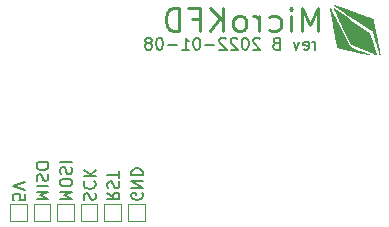
<source format=gbr>
%TF.GenerationSoftware,KiCad,Pcbnew,(6.0.0)*%
%TF.CreationDate,2022-01-08T12:12:36-06:00*%
%TF.ProjectId,microkfd,6d696372-6f6b-4666-942e-6b696361645f,B*%
%TF.SameCoordinates,Original*%
%TF.FileFunction,Legend,Bot*%
%TF.FilePolarity,Positive*%
%FSLAX46Y46*%
G04 Gerber Fmt 4.6, Leading zero omitted, Abs format (unit mm)*
G04 Created by KiCad (PCBNEW (6.0.0)) date 2022-01-08 12:12:36*
%MOMM*%
%LPD*%
G01*
G04 APERTURE LIST*
%ADD10C,0.150000*%
%ADD11C,0.250000*%
%ADD12C,0.200000*%
%ADD13C,0.010000*%
%ADD14C,0.120000*%
G04 APERTURE END LIST*
D10*
X134414404Y-96202380D02*
X134414404Y-95535714D01*
X134414404Y-95726190D02*
X134366785Y-95630952D01*
X134319166Y-95583333D01*
X134223928Y-95535714D01*
X134128690Y-95535714D01*
X133414404Y-96154761D02*
X133509642Y-96202380D01*
X133700119Y-96202380D01*
X133795357Y-96154761D01*
X133842976Y-96059523D01*
X133842976Y-95678571D01*
X133795357Y-95583333D01*
X133700119Y-95535714D01*
X133509642Y-95535714D01*
X133414404Y-95583333D01*
X133366785Y-95678571D01*
X133366785Y-95773809D01*
X133842976Y-95869047D01*
X133033452Y-95535714D02*
X132795357Y-96202380D01*
X132557261Y-95535714D01*
X131081071Y-95678571D02*
X130938214Y-95726190D01*
X130890595Y-95773809D01*
X130842976Y-95869047D01*
X130842976Y-96011904D01*
X130890595Y-96107142D01*
X130938214Y-96154761D01*
X131033452Y-96202380D01*
X131414404Y-96202380D01*
X131414404Y-95202380D01*
X131081071Y-95202380D01*
X130985833Y-95250000D01*
X130938214Y-95297619D01*
X130890595Y-95392857D01*
X130890595Y-95488095D01*
X130938214Y-95583333D01*
X130985833Y-95630952D01*
X131081071Y-95678571D01*
X131414404Y-95678571D01*
X129700119Y-95297619D02*
X129652500Y-95250000D01*
X129557261Y-95202380D01*
X129319166Y-95202380D01*
X129223928Y-95250000D01*
X129176309Y-95297619D01*
X129128690Y-95392857D01*
X129128690Y-95488095D01*
X129176309Y-95630952D01*
X129747738Y-96202380D01*
X129128690Y-96202380D01*
X128509642Y-95202380D02*
X128414404Y-95202380D01*
X128319166Y-95250000D01*
X128271547Y-95297619D01*
X128223928Y-95392857D01*
X128176309Y-95583333D01*
X128176309Y-95821428D01*
X128223928Y-96011904D01*
X128271547Y-96107142D01*
X128319166Y-96154761D01*
X128414404Y-96202380D01*
X128509642Y-96202380D01*
X128604880Y-96154761D01*
X128652500Y-96107142D01*
X128700119Y-96011904D01*
X128747738Y-95821428D01*
X128747738Y-95583333D01*
X128700119Y-95392857D01*
X128652500Y-95297619D01*
X128604880Y-95250000D01*
X128509642Y-95202380D01*
X127795357Y-95297619D02*
X127747738Y-95250000D01*
X127652500Y-95202380D01*
X127414404Y-95202380D01*
X127319166Y-95250000D01*
X127271547Y-95297619D01*
X127223928Y-95392857D01*
X127223928Y-95488095D01*
X127271547Y-95630952D01*
X127842976Y-96202380D01*
X127223928Y-96202380D01*
X126842976Y-95297619D02*
X126795357Y-95250000D01*
X126700119Y-95202380D01*
X126462023Y-95202380D01*
X126366785Y-95250000D01*
X126319166Y-95297619D01*
X126271547Y-95392857D01*
X126271547Y-95488095D01*
X126319166Y-95630952D01*
X126890595Y-96202380D01*
X126271547Y-96202380D01*
X125842976Y-95821428D02*
X125081071Y-95821428D01*
X124414404Y-95202380D02*
X124319166Y-95202380D01*
X124223928Y-95250000D01*
X124176309Y-95297619D01*
X124128690Y-95392857D01*
X124081071Y-95583333D01*
X124081071Y-95821428D01*
X124128690Y-96011904D01*
X124176309Y-96107142D01*
X124223928Y-96154761D01*
X124319166Y-96202380D01*
X124414404Y-96202380D01*
X124509642Y-96154761D01*
X124557261Y-96107142D01*
X124604880Y-96011904D01*
X124652500Y-95821428D01*
X124652500Y-95583333D01*
X124604880Y-95392857D01*
X124557261Y-95297619D01*
X124509642Y-95250000D01*
X124414404Y-95202380D01*
X123128690Y-96202380D02*
X123700119Y-96202380D01*
X123414404Y-96202380D02*
X123414404Y-95202380D01*
X123509642Y-95345238D01*
X123604880Y-95440476D01*
X123700119Y-95488095D01*
X122700119Y-95821428D02*
X121938214Y-95821428D01*
X121271547Y-95202380D02*
X121176309Y-95202380D01*
X121081071Y-95250000D01*
X121033452Y-95297619D01*
X120985833Y-95392857D01*
X120938214Y-95583333D01*
X120938214Y-95821428D01*
X120985833Y-96011904D01*
X121033452Y-96107142D01*
X121081071Y-96154761D01*
X121176309Y-96202380D01*
X121271547Y-96202380D01*
X121366785Y-96154761D01*
X121414404Y-96107142D01*
X121462023Y-96011904D01*
X121509642Y-95821428D01*
X121509642Y-95583333D01*
X121462023Y-95392857D01*
X121414404Y-95297619D01*
X121366785Y-95250000D01*
X121271547Y-95202380D01*
X120366785Y-95630952D02*
X120462023Y-95583333D01*
X120509642Y-95535714D01*
X120557261Y-95440476D01*
X120557261Y-95392857D01*
X120509642Y-95297619D01*
X120462023Y-95250000D01*
X120366785Y-95202380D01*
X120176309Y-95202380D01*
X120081071Y-95250000D01*
X120033452Y-95297619D01*
X119985833Y-95392857D01*
X119985833Y-95440476D01*
X120033452Y-95535714D01*
X120081071Y-95583333D01*
X120176309Y-95630952D01*
X120366785Y-95630952D01*
X120462023Y-95678571D01*
X120509642Y-95726190D01*
X120557261Y-95821428D01*
X120557261Y-96011904D01*
X120509642Y-96107142D01*
X120462023Y-96154761D01*
X120366785Y-96202380D01*
X120176309Y-96202380D01*
X120081071Y-96154761D01*
X120033452Y-96107142D01*
X119985833Y-96011904D01*
X119985833Y-95821428D01*
X120033452Y-95726190D01*
X120081071Y-95678571D01*
X120176309Y-95630952D01*
D11*
X134611309Y-94654761D02*
X134611309Y-92654761D01*
X133944642Y-94083333D01*
X133277976Y-92654761D01*
X133277976Y-94654761D01*
X132325595Y-94654761D02*
X132325595Y-93321428D01*
X132325595Y-92654761D02*
X132420833Y-92750000D01*
X132325595Y-92845238D01*
X132230357Y-92750000D01*
X132325595Y-92654761D01*
X132325595Y-92845238D01*
X130516071Y-94559523D02*
X130706547Y-94654761D01*
X131087500Y-94654761D01*
X131277976Y-94559523D01*
X131373214Y-94464285D01*
X131468452Y-94273809D01*
X131468452Y-93702380D01*
X131373214Y-93511904D01*
X131277976Y-93416666D01*
X131087500Y-93321428D01*
X130706547Y-93321428D01*
X130516071Y-93416666D01*
X129658928Y-94654761D02*
X129658928Y-93321428D01*
X129658928Y-93702380D02*
X129563690Y-93511904D01*
X129468452Y-93416666D01*
X129277976Y-93321428D01*
X129087500Y-93321428D01*
X128135119Y-94654761D02*
X128325595Y-94559523D01*
X128420833Y-94464285D01*
X128516071Y-94273809D01*
X128516071Y-93702380D01*
X128420833Y-93511904D01*
X128325595Y-93416666D01*
X128135119Y-93321428D01*
X127849404Y-93321428D01*
X127658928Y-93416666D01*
X127563690Y-93511904D01*
X127468452Y-93702380D01*
X127468452Y-94273809D01*
X127563690Y-94464285D01*
X127658928Y-94559523D01*
X127849404Y-94654761D01*
X128135119Y-94654761D01*
X126611309Y-94654761D02*
X126611309Y-92654761D01*
X125468452Y-94654761D02*
X126325595Y-93511904D01*
X125468452Y-92654761D02*
X126611309Y-93797619D01*
X123944642Y-93607142D02*
X124611309Y-93607142D01*
X124611309Y-94654761D02*
X124611309Y-92654761D01*
X123658928Y-92654761D01*
X122897023Y-94654761D02*
X122897023Y-92654761D01*
X122420833Y-92654761D01*
X122135119Y-92750000D01*
X121944642Y-92940476D01*
X121849404Y-93130952D01*
X121754166Y-93511904D01*
X121754166Y-93797619D01*
X121849404Y-94178571D01*
X121944642Y-94369047D01*
X122135119Y-94559523D01*
X122420833Y-94654761D01*
X122897023Y-94654761D01*
D12*
X119750000Y-108358095D02*
X119797619Y-108453333D01*
X119797619Y-108596190D01*
X119750000Y-108739047D01*
X119654761Y-108834285D01*
X119559523Y-108881904D01*
X119369047Y-108929523D01*
X119226190Y-108929523D01*
X119035714Y-108881904D01*
X118940476Y-108834285D01*
X118845238Y-108739047D01*
X118797619Y-108596190D01*
X118797619Y-108500952D01*
X118845238Y-108358095D01*
X118892857Y-108310476D01*
X119226190Y-108310476D01*
X119226190Y-108500952D01*
X118797619Y-107881904D02*
X119797619Y-107881904D01*
X118797619Y-107310476D01*
X119797619Y-107310476D01*
X118797619Y-106834285D02*
X119797619Y-106834285D01*
X119797619Y-106596190D01*
X119750000Y-106453333D01*
X119654761Y-106358095D01*
X119559523Y-106310476D01*
X119369047Y-106262857D01*
X119226190Y-106262857D01*
X119035714Y-106310476D01*
X118940476Y-106358095D01*
X118845238Y-106453333D01*
X118797619Y-106596190D01*
X118797619Y-106834285D01*
X116797619Y-108310476D02*
X117273809Y-108643809D01*
X116797619Y-108881904D02*
X117797619Y-108881904D01*
X117797619Y-108500952D01*
X117750000Y-108405714D01*
X117702380Y-108358095D01*
X117607142Y-108310476D01*
X117464285Y-108310476D01*
X117369047Y-108358095D01*
X117321428Y-108405714D01*
X117273809Y-108500952D01*
X117273809Y-108881904D01*
X116845238Y-107929523D02*
X116797619Y-107786666D01*
X116797619Y-107548571D01*
X116845238Y-107453333D01*
X116892857Y-107405714D01*
X116988095Y-107358095D01*
X117083333Y-107358095D01*
X117178571Y-107405714D01*
X117226190Y-107453333D01*
X117273809Y-107548571D01*
X117321428Y-107739047D01*
X117369047Y-107834285D01*
X117416666Y-107881904D01*
X117511904Y-107929523D01*
X117607142Y-107929523D01*
X117702380Y-107881904D01*
X117750000Y-107834285D01*
X117797619Y-107739047D01*
X117797619Y-107500952D01*
X117750000Y-107358095D01*
X117797619Y-107072380D02*
X117797619Y-106500952D01*
X116797619Y-106786666D02*
X117797619Y-106786666D01*
X114845238Y-108929523D02*
X114797619Y-108786666D01*
X114797619Y-108548571D01*
X114845238Y-108453333D01*
X114892857Y-108405714D01*
X114988095Y-108358095D01*
X115083333Y-108358095D01*
X115178571Y-108405714D01*
X115226190Y-108453333D01*
X115273809Y-108548571D01*
X115321428Y-108739047D01*
X115369047Y-108834285D01*
X115416666Y-108881904D01*
X115511904Y-108929523D01*
X115607142Y-108929523D01*
X115702380Y-108881904D01*
X115750000Y-108834285D01*
X115797619Y-108739047D01*
X115797619Y-108500952D01*
X115750000Y-108358095D01*
X114892857Y-107358095D02*
X114845238Y-107405714D01*
X114797619Y-107548571D01*
X114797619Y-107643809D01*
X114845238Y-107786666D01*
X114940476Y-107881904D01*
X115035714Y-107929523D01*
X115226190Y-107977142D01*
X115369047Y-107977142D01*
X115559523Y-107929523D01*
X115654761Y-107881904D01*
X115750000Y-107786666D01*
X115797619Y-107643809D01*
X115797619Y-107548571D01*
X115750000Y-107405714D01*
X115702380Y-107358095D01*
X114797619Y-106929523D02*
X115797619Y-106929523D01*
X114797619Y-106358095D02*
X115369047Y-106786666D01*
X115797619Y-106358095D02*
X115226190Y-106929523D01*
X112797619Y-108881904D02*
X113797619Y-108881904D01*
X113083333Y-108548571D01*
X113797619Y-108215238D01*
X112797619Y-108215238D01*
X113797619Y-107548571D02*
X113797619Y-107358095D01*
X113750000Y-107262857D01*
X113654761Y-107167619D01*
X113464285Y-107120000D01*
X113130952Y-107120000D01*
X112940476Y-107167619D01*
X112845238Y-107262857D01*
X112797619Y-107358095D01*
X112797619Y-107548571D01*
X112845238Y-107643809D01*
X112940476Y-107739047D01*
X113130952Y-107786666D01*
X113464285Y-107786666D01*
X113654761Y-107739047D01*
X113750000Y-107643809D01*
X113797619Y-107548571D01*
X112845238Y-106739047D02*
X112797619Y-106596190D01*
X112797619Y-106358095D01*
X112845238Y-106262857D01*
X112892857Y-106215238D01*
X112988095Y-106167619D01*
X113083333Y-106167619D01*
X113178571Y-106215238D01*
X113226190Y-106262857D01*
X113273809Y-106358095D01*
X113321428Y-106548571D01*
X113369047Y-106643809D01*
X113416666Y-106691428D01*
X113511904Y-106739047D01*
X113607142Y-106739047D01*
X113702380Y-106691428D01*
X113750000Y-106643809D01*
X113797619Y-106548571D01*
X113797619Y-106310476D01*
X113750000Y-106167619D01*
X112797619Y-105739047D02*
X113797619Y-105739047D01*
X110797619Y-108881904D02*
X111797619Y-108881904D01*
X111083333Y-108548571D01*
X111797619Y-108215238D01*
X110797619Y-108215238D01*
X110797619Y-107739047D02*
X111797619Y-107739047D01*
X110845238Y-107310476D02*
X110797619Y-107167619D01*
X110797619Y-106929523D01*
X110845238Y-106834285D01*
X110892857Y-106786666D01*
X110988095Y-106739047D01*
X111083333Y-106739047D01*
X111178571Y-106786666D01*
X111226190Y-106834285D01*
X111273809Y-106929523D01*
X111321428Y-107120000D01*
X111369047Y-107215238D01*
X111416666Y-107262857D01*
X111511904Y-107310476D01*
X111607142Y-107310476D01*
X111702380Y-107262857D01*
X111750000Y-107215238D01*
X111797619Y-107120000D01*
X111797619Y-106881904D01*
X111750000Y-106739047D01*
X111797619Y-106120000D02*
X111797619Y-105929523D01*
X111750000Y-105834285D01*
X111654761Y-105739047D01*
X111464285Y-105691428D01*
X111130952Y-105691428D01*
X110940476Y-105739047D01*
X110845238Y-105834285D01*
X110797619Y-105929523D01*
X110797619Y-106120000D01*
X110845238Y-106215238D01*
X110940476Y-106310476D01*
X111130952Y-106358095D01*
X111464285Y-106358095D01*
X111654761Y-106310476D01*
X111750000Y-106215238D01*
X111797619Y-106120000D01*
X109797619Y-108440476D02*
X109797619Y-108916666D01*
X109321428Y-108964285D01*
X109369047Y-108916666D01*
X109416666Y-108821428D01*
X109416666Y-108583333D01*
X109369047Y-108488095D01*
X109321428Y-108440476D01*
X109226190Y-108392857D01*
X108988095Y-108392857D01*
X108892857Y-108440476D01*
X108845238Y-108488095D01*
X108797619Y-108583333D01*
X108797619Y-108821428D01*
X108845238Y-108916666D01*
X108892857Y-108964285D01*
X109797619Y-108107142D02*
X108797619Y-107773809D01*
X109797619Y-107440476D01*
D13*
%TO.C,G\u002A\u002A\u002A*%
X135653297Y-92714575D02*
X135657254Y-92737989D01*
X135657254Y-92737989D02*
X135663833Y-92775695D01*
X135663833Y-92775695D02*
X135672864Y-92826767D01*
X135672864Y-92826767D02*
X135684180Y-92890284D01*
X135684180Y-92890284D02*
X135697613Y-92965319D01*
X135697613Y-92965319D02*
X135712994Y-93050950D01*
X135712994Y-93050950D02*
X135730154Y-93146253D01*
X135730154Y-93146253D02*
X135748927Y-93250302D01*
X135748927Y-93250302D02*
X135769142Y-93362175D01*
X135769142Y-93362175D02*
X135790634Y-93480947D01*
X135790634Y-93480947D02*
X135813232Y-93605695D01*
X135813232Y-93605695D02*
X135836769Y-93735494D01*
X135836769Y-93735494D02*
X135861076Y-93869419D01*
X135861076Y-93869419D02*
X135885986Y-94006548D01*
X135885986Y-94006548D02*
X135911330Y-94145957D01*
X135911330Y-94145957D02*
X135936939Y-94286720D01*
X135936939Y-94286720D02*
X135962647Y-94427914D01*
X135962647Y-94427914D02*
X135988284Y-94568616D01*
X135988284Y-94568616D02*
X136013681Y-94707900D01*
X136013681Y-94707900D02*
X136038672Y-94844844D01*
X136038672Y-94844844D02*
X136063088Y-94978522D01*
X136063088Y-94978522D02*
X136086760Y-95108012D01*
X136086760Y-95108012D02*
X136109520Y-95232388D01*
X136109520Y-95232388D02*
X136131200Y-95350728D01*
X136131200Y-95350728D02*
X136151632Y-95462106D01*
X136151632Y-95462106D02*
X136170647Y-95565599D01*
X136170647Y-95565599D02*
X136188078Y-95660283D01*
X136188078Y-95660283D02*
X136203756Y-95745234D01*
X136203756Y-95745234D02*
X136217513Y-95819527D01*
X136217513Y-95819527D02*
X136229180Y-95882240D01*
X136229180Y-95882240D02*
X136238589Y-95932447D01*
X136238589Y-95932447D02*
X136245573Y-95969225D01*
X136245573Y-95969225D02*
X136249963Y-95991649D01*
X136249963Y-95991649D02*
X136251568Y-95998811D01*
X136251568Y-95998811D02*
X136259891Y-96001007D01*
X136259891Y-96001007D02*
X136283398Y-96006565D01*
X136283398Y-96006565D02*
X136321252Y-96015297D01*
X136321252Y-96015297D02*
X136372616Y-96027015D01*
X136372616Y-96027015D02*
X136436655Y-96041530D01*
X136436655Y-96041530D02*
X136512531Y-96058657D01*
X136512531Y-96058657D02*
X136599409Y-96078206D01*
X136599409Y-96078206D02*
X136696452Y-96099990D01*
X136696452Y-96099990D02*
X136802823Y-96123821D01*
X136802823Y-96123821D02*
X136917687Y-96149512D01*
X136917687Y-96149512D02*
X137040207Y-96176874D01*
X137040207Y-96176874D02*
X137169545Y-96205720D01*
X137169545Y-96205720D02*
X137304867Y-96235863D01*
X137304867Y-96235863D02*
X137445336Y-96267114D01*
X137445336Y-96267114D02*
X137583279Y-96297767D01*
X137583279Y-96297767D02*
X137728088Y-96329928D01*
X137728088Y-96329928D02*
X137868679Y-96361154D01*
X137868679Y-96361154D02*
X138004206Y-96391256D01*
X138004206Y-96391256D02*
X138133823Y-96420047D01*
X138133823Y-96420047D02*
X138256682Y-96447337D01*
X138256682Y-96447337D02*
X138371938Y-96472940D01*
X138371938Y-96472940D02*
X138478743Y-96496666D01*
X138478743Y-96496666D02*
X138576251Y-96518329D01*
X138576251Y-96518329D02*
X138663615Y-96537739D01*
X138663615Y-96537739D02*
X138739989Y-96554709D01*
X138739989Y-96554709D02*
X138804526Y-96569051D01*
X138804526Y-96569051D02*
X138856380Y-96580576D01*
X138856380Y-96580576D02*
X138894704Y-96589097D01*
X138894704Y-96589097D02*
X138918651Y-96594425D01*
X138918651Y-96594425D02*
X138927293Y-96596354D01*
X138927293Y-96596354D02*
X138932039Y-96596140D01*
X138932039Y-96596140D02*
X138923182Y-96590919D01*
X138923182Y-96590919D02*
X138919089Y-96589021D01*
X138919089Y-96589021D02*
X138908101Y-96584737D01*
X138908101Y-96584737D02*
X138882746Y-96575247D01*
X138882746Y-96575247D02*
X138844082Y-96560939D01*
X138844082Y-96560939D02*
X138793168Y-96542199D01*
X138793168Y-96542199D02*
X138731063Y-96519415D01*
X138731063Y-96519415D02*
X138658825Y-96492975D01*
X138658825Y-96492975D02*
X138577513Y-96463264D01*
X138577513Y-96463264D02*
X138488186Y-96430672D01*
X138488186Y-96430672D02*
X138391901Y-96395583D01*
X138391901Y-96395583D02*
X138289718Y-96358387D01*
X138289718Y-96358387D02*
X138182695Y-96319470D01*
X138182695Y-96319470D02*
X138098222Y-96288780D01*
X138098222Y-96288780D02*
X137301967Y-95999607D01*
X137301967Y-95999607D02*
X136478144Y-94351896D01*
X136478144Y-94351896D02*
X136400936Y-94197502D01*
X136400936Y-94197502D02*
X136325667Y-94047043D01*
X136325667Y-94047043D02*
X136252667Y-93901175D01*
X136252667Y-93901175D02*
X136182263Y-93760550D01*
X136182263Y-93760550D02*
X136114785Y-93625825D01*
X136114785Y-93625825D02*
X136050560Y-93497653D01*
X136050560Y-93497653D02*
X135989918Y-93376690D01*
X135989918Y-93376690D02*
X135933187Y-93263589D01*
X135933187Y-93263589D02*
X135880696Y-93159006D01*
X135880696Y-93159006D02*
X135832773Y-93063595D01*
X135832773Y-93063595D02*
X135789748Y-92978011D01*
X135789748Y-92978011D02*
X135751947Y-92902908D01*
X135751947Y-92902908D02*
X135719701Y-92838942D01*
X135719701Y-92838942D02*
X135693338Y-92786766D01*
X135693338Y-92786766D02*
X135673187Y-92747035D01*
X135673187Y-92747035D02*
X135659575Y-92720404D01*
X135659575Y-92720404D02*
X135652832Y-92707528D01*
X135652832Y-92707528D02*
X135652129Y-92706377D01*
X135652129Y-92706377D02*
X135653297Y-92714575D01*
X135653297Y-92714575D02*
X135653297Y-92714575D01*
G36*
X135652832Y-92707528D02*
G01*
X135659575Y-92720404D01*
X135673187Y-92747035D01*
X135693338Y-92786766D01*
X135719701Y-92838942D01*
X135751947Y-92902908D01*
X135789748Y-92978011D01*
X135832773Y-93063595D01*
X135880696Y-93159006D01*
X135933187Y-93263589D01*
X135989918Y-93376690D01*
X136050560Y-93497653D01*
X136114785Y-93625825D01*
X136182263Y-93760550D01*
X136252667Y-93901175D01*
X136325667Y-94047043D01*
X136400936Y-94197502D01*
X136478144Y-94351896D01*
X137301967Y-95999607D01*
X138098222Y-96288780D01*
X138182695Y-96319470D01*
X138289718Y-96358387D01*
X138391901Y-96395583D01*
X138488186Y-96430672D01*
X138577513Y-96463264D01*
X138658825Y-96492975D01*
X138731063Y-96519415D01*
X138793168Y-96542199D01*
X138844082Y-96560939D01*
X138882746Y-96575247D01*
X138908101Y-96584737D01*
X138919089Y-96589021D01*
X138923182Y-96590919D01*
X138932039Y-96596140D01*
X138927293Y-96596354D01*
X138918651Y-96594425D01*
X138894704Y-96589097D01*
X138856380Y-96580576D01*
X138804526Y-96569051D01*
X138739989Y-96554709D01*
X138663615Y-96537739D01*
X138576251Y-96518329D01*
X138478743Y-96496666D01*
X138371938Y-96472940D01*
X138256682Y-96447337D01*
X138133823Y-96420047D01*
X138004206Y-96391256D01*
X137868679Y-96361154D01*
X137728088Y-96329928D01*
X137583279Y-96297767D01*
X137445336Y-96267114D01*
X137304867Y-96235863D01*
X137169545Y-96205720D01*
X137040207Y-96176874D01*
X136917687Y-96149512D01*
X136802823Y-96123821D01*
X136696452Y-96099990D01*
X136599409Y-96078206D01*
X136512531Y-96058657D01*
X136436655Y-96041530D01*
X136372616Y-96027015D01*
X136321252Y-96015297D01*
X136283398Y-96006565D01*
X136259891Y-96001007D01*
X136251568Y-95998811D01*
X136249963Y-95991649D01*
X136245573Y-95969225D01*
X136238589Y-95932447D01*
X136229180Y-95882240D01*
X136217513Y-95819527D01*
X136203756Y-95745234D01*
X136188078Y-95660283D01*
X136170647Y-95565599D01*
X136151632Y-95462106D01*
X136131200Y-95350728D01*
X136109520Y-95232388D01*
X136086760Y-95108012D01*
X136063088Y-94978522D01*
X136038672Y-94844844D01*
X136013681Y-94707900D01*
X135988284Y-94568616D01*
X135962647Y-94427914D01*
X135936939Y-94286720D01*
X135911330Y-94145957D01*
X135885986Y-94006548D01*
X135861076Y-93869419D01*
X135836769Y-93735494D01*
X135813232Y-93605695D01*
X135790634Y-93480947D01*
X135769142Y-93362175D01*
X135748927Y-93250302D01*
X135730154Y-93146253D01*
X135712994Y-93050950D01*
X135697613Y-92965319D01*
X135684180Y-92890284D01*
X135672864Y-92826767D01*
X135663833Y-92775695D01*
X135657254Y-92737989D01*
X135653297Y-92714575D01*
X135652129Y-92706377D01*
X135652832Y-92707528D01*
G37*
X135652832Y-92707528D02*
X135659575Y-92720404D01*
X135673187Y-92747035D01*
X135693338Y-92786766D01*
X135719701Y-92838942D01*
X135751947Y-92902908D01*
X135789748Y-92978011D01*
X135832773Y-93063595D01*
X135880696Y-93159006D01*
X135933187Y-93263589D01*
X135989918Y-93376690D01*
X136050560Y-93497653D01*
X136114785Y-93625825D01*
X136182263Y-93760550D01*
X136252667Y-93901175D01*
X136325667Y-94047043D01*
X136400936Y-94197502D01*
X136478144Y-94351896D01*
X137301967Y-95999607D01*
X138098222Y-96288780D01*
X138182695Y-96319470D01*
X138289718Y-96358387D01*
X138391901Y-96395583D01*
X138488186Y-96430672D01*
X138577513Y-96463264D01*
X138658825Y-96492975D01*
X138731063Y-96519415D01*
X138793168Y-96542199D01*
X138844082Y-96560939D01*
X138882746Y-96575247D01*
X138908101Y-96584737D01*
X138919089Y-96589021D01*
X138923182Y-96590919D01*
X138932039Y-96596140D01*
X138927293Y-96596354D01*
X138918651Y-96594425D01*
X138894704Y-96589097D01*
X138856380Y-96580576D01*
X138804526Y-96569051D01*
X138739989Y-96554709D01*
X138663615Y-96537739D01*
X138576251Y-96518329D01*
X138478743Y-96496666D01*
X138371938Y-96472940D01*
X138256682Y-96447337D01*
X138133823Y-96420047D01*
X138004206Y-96391256D01*
X137868679Y-96361154D01*
X137728088Y-96329928D01*
X137583279Y-96297767D01*
X137445336Y-96267114D01*
X137304867Y-96235863D01*
X137169545Y-96205720D01*
X137040207Y-96176874D01*
X136917687Y-96149512D01*
X136802823Y-96123821D01*
X136696452Y-96099990D01*
X136599409Y-96078206D01*
X136512531Y-96058657D01*
X136436655Y-96041530D01*
X136372616Y-96027015D01*
X136321252Y-96015297D01*
X136283398Y-96006565D01*
X136259891Y-96001007D01*
X136251568Y-95998811D01*
X136249963Y-95991649D01*
X136245573Y-95969225D01*
X136238589Y-95932447D01*
X136229180Y-95882240D01*
X136217513Y-95819527D01*
X136203756Y-95745234D01*
X136188078Y-95660283D01*
X136170647Y-95565599D01*
X136151632Y-95462106D01*
X136131200Y-95350728D01*
X136109520Y-95232388D01*
X136086760Y-95108012D01*
X136063088Y-94978522D01*
X136038672Y-94844844D01*
X136013681Y-94707900D01*
X135988284Y-94568616D01*
X135962647Y-94427914D01*
X135936939Y-94286720D01*
X135911330Y-94145957D01*
X135885986Y-94006548D01*
X135861076Y-93869419D01*
X135836769Y-93735494D01*
X135813232Y-93605695D01*
X135790634Y-93480947D01*
X135769142Y-93362175D01*
X135748927Y-93250302D01*
X135730154Y-93146253D01*
X135712994Y-93050950D01*
X135697613Y-92965319D01*
X135684180Y-92890284D01*
X135672864Y-92826767D01*
X135663833Y-92775695D01*
X135657254Y-92737989D01*
X135653297Y-92714575D01*
X135652129Y-92706377D01*
X135652832Y-92707528D01*
X135958727Y-92714170D02*
X135969055Y-92735672D01*
X135969055Y-92735672D02*
X135986050Y-92770462D01*
X135986050Y-92770462D02*
X136009371Y-92817853D01*
X136009371Y-92817853D02*
X136038673Y-92877154D01*
X136038673Y-92877154D02*
X136073615Y-92947676D01*
X136073615Y-92947676D02*
X136113852Y-93028730D01*
X136113852Y-93028730D02*
X136159043Y-93119627D01*
X136159043Y-93119627D02*
X136208843Y-93219677D01*
X136208843Y-93219677D02*
X136262910Y-93328191D01*
X136262910Y-93328191D02*
X136320901Y-93444480D01*
X136320901Y-93444480D02*
X136382473Y-93567854D01*
X136382473Y-93567854D02*
X136447282Y-93697624D01*
X136447282Y-93697624D02*
X136514986Y-93833101D01*
X136514986Y-93833101D02*
X136585242Y-93973595D01*
X136585242Y-93973595D02*
X136657707Y-94118416D01*
X136657707Y-94118416D02*
X136701453Y-94205803D01*
X136701453Y-94205803D02*
X137450549Y-95701906D01*
X137450549Y-95701906D02*
X138496576Y-96150823D01*
X138496576Y-96150823D02*
X138620907Y-96204177D01*
X138620907Y-96204177D02*
X138741055Y-96255727D01*
X138741055Y-96255727D02*
X138856163Y-96305107D01*
X138856163Y-96305107D02*
X138965372Y-96351947D01*
X138965372Y-96351947D02*
X139067821Y-96395880D01*
X139067821Y-96395880D02*
X139162653Y-96436536D01*
X139162653Y-96436536D02*
X139249008Y-96473549D01*
X139249008Y-96473549D02*
X139326026Y-96506550D01*
X139326026Y-96506550D02*
X139392850Y-96535171D01*
X139392850Y-96535171D02*
X139448619Y-96559043D01*
X139448619Y-96559043D02*
X139492475Y-96577798D01*
X139492475Y-96577798D02*
X139523559Y-96591069D01*
X139523559Y-96591069D02*
X139541011Y-96598486D01*
X139541011Y-96598486D02*
X139544654Y-96599999D01*
X139544654Y-96599999D02*
X139546705Y-96594223D01*
X139546705Y-96594223D02*
X139546706Y-96594077D01*
X139546706Y-96594077D02*
X139544163Y-96585638D01*
X139544163Y-96585638D02*
X139536754Y-96562616D01*
X139536754Y-96562616D02*
X139524801Y-96525990D01*
X139524801Y-96525990D02*
X139508629Y-96476742D01*
X139508629Y-96476742D02*
X139488563Y-96415853D01*
X139488563Y-96415853D02*
X139464927Y-96344304D01*
X139464927Y-96344304D02*
X139438046Y-96263076D01*
X139438046Y-96263076D02*
X139408245Y-96173150D01*
X139408245Y-96173150D02*
X139375847Y-96075507D01*
X139375847Y-96075507D02*
X139341177Y-95971128D01*
X139341177Y-95971128D02*
X139304561Y-95860994D01*
X139304561Y-95860994D02*
X139266321Y-95746085D01*
X139266321Y-95746085D02*
X139248868Y-95693673D01*
X139248868Y-95693673D02*
X138951030Y-94799451D01*
X138951030Y-94799451D02*
X137454747Y-93751522D01*
X137454747Y-93751522D02*
X137313922Y-93652918D01*
X137313922Y-93652918D02*
X137176661Y-93556853D01*
X137176661Y-93556853D02*
X137043567Y-93463751D01*
X137043567Y-93463751D02*
X136915246Y-93374031D01*
X136915246Y-93374031D02*
X136792301Y-93288114D01*
X136792301Y-93288114D02*
X136675337Y-93206423D01*
X136675337Y-93206423D02*
X136564957Y-93129377D01*
X136564957Y-93129377D02*
X136461767Y-93057398D01*
X136461767Y-93057398D02*
X136366371Y-92990907D01*
X136366371Y-92990907D02*
X136279371Y-92930326D01*
X136279371Y-92930326D02*
X136201374Y-92876074D01*
X136201374Y-92876074D02*
X136132983Y-92828574D01*
X136132983Y-92828574D02*
X136074802Y-92788247D01*
X136074802Y-92788247D02*
X136027436Y-92755512D01*
X136027436Y-92755512D02*
X135991489Y-92730793D01*
X135991489Y-92730793D02*
X135967564Y-92714509D01*
X135967564Y-92714509D02*
X135956267Y-92707081D01*
X135956267Y-92707081D02*
X135955411Y-92706648D01*
X135955411Y-92706648D02*
X135958727Y-92714170D01*
X135958727Y-92714170D02*
X135958727Y-92714170D01*
G36*
X135956267Y-92707081D02*
G01*
X135967564Y-92714509D01*
X135991489Y-92730793D01*
X136027436Y-92755512D01*
X136074802Y-92788247D01*
X136132983Y-92828574D01*
X136201374Y-92876074D01*
X136279371Y-92930326D01*
X136366371Y-92990907D01*
X136461767Y-93057398D01*
X136564957Y-93129377D01*
X136675337Y-93206423D01*
X136792301Y-93288114D01*
X136915246Y-93374031D01*
X137043567Y-93463751D01*
X137176661Y-93556853D01*
X137313922Y-93652918D01*
X137454747Y-93751522D01*
X138951030Y-94799451D01*
X139248868Y-95693673D01*
X139266321Y-95746085D01*
X139304561Y-95860994D01*
X139341177Y-95971128D01*
X139375847Y-96075507D01*
X139408245Y-96173150D01*
X139438046Y-96263076D01*
X139464927Y-96344304D01*
X139488563Y-96415853D01*
X139508629Y-96476742D01*
X139524801Y-96525990D01*
X139536754Y-96562616D01*
X139544163Y-96585638D01*
X139546706Y-96594077D01*
X139546705Y-96594223D01*
X139544654Y-96599999D01*
X139541011Y-96598486D01*
X139523559Y-96591069D01*
X139492475Y-96577798D01*
X139448619Y-96559043D01*
X139392850Y-96535171D01*
X139326026Y-96506550D01*
X139249008Y-96473549D01*
X139162653Y-96436536D01*
X139067821Y-96395880D01*
X138965372Y-96351947D01*
X138856163Y-96305107D01*
X138741055Y-96255727D01*
X138620907Y-96204177D01*
X138496576Y-96150823D01*
X137450549Y-95701906D01*
X136701453Y-94205803D01*
X136657707Y-94118416D01*
X136585242Y-93973595D01*
X136514986Y-93833101D01*
X136447282Y-93697624D01*
X136382473Y-93567854D01*
X136320901Y-93444480D01*
X136262910Y-93328191D01*
X136208843Y-93219677D01*
X136159043Y-93119627D01*
X136113852Y-93028730D01*
X136073615Y-92947676D01*
X136038673Y-92877154D01*
X136009371Y-92817853D01*
X135986050Y-92770462D01*
X135969055Y-92735672D01*
X135958727Y-92714170D01*
X135955411Y-92706648D01*
X135956267Y-92707081D01*
G37*
X135956267Y-92707081D02*
X135967564Y-92714509D01*
X135991489Y-92730793D01*
X136027436Y-92755512D01*
X136074802Y-92788247D01*
X136132983Y-92828574D01*
X136201374Y-92876074D01*
X136279371Y-92930326D01*
X136366371Y-92990907D01*
X136461767Y-93057398D01*
X136564957Y-93129377D01*
X136675337Y-93206423D01*
X136792301Y-93288114D01*
X136915246Y-93374031D01*
X137043567Y-93463751D01*
X137176661Y-93556853D01*
X137313922Y-93652918D01*
X137454747Y-93751522D01*
X138951030Y-94799451D01*
X139248868Y-95693673D01*
X139266321Y-95746085D01*
X139304561Y-95860994D01*
X139341177Y-95971128D01*
X139375847Y-96075507D01*
X139408245Y-96173150D01*
X139438046Y-96263076D01*
X139464927Y-96344304D01*
X139488563Y-96415853D01*
X139508629Y-96476742D01*
X139524801Y-96525990D01*
X139536754Y-96562616D01*
X139544163Y-96585638D01*
X139546706Y-96594077D01*
X139546705Y-96594223D01*
X139544654Y-96599999D01*
X139541011Y-96598486D01*
X139523559Y-96591069D01*
X139492475Y-96577798D01*
X139448619Y-96559043D01*
X139392850Y-96535171D01*
X139326026Y-96506550D01*
X139249008Y-96473549D01*
X139162653Y-96436536D01*
X139067821Y-96395880D01*
X138965372Y-96351947D01*
X138856163Y-96305107D01*
X138741055Y-96255727D01*
X138620907Y-96204177D01*
X138496576Y-96150823D01*
X137450549Y-95701906D01*
X136701453Y-94205803D01*
X136657707Y-94118416D01*
X136585242Y-93973595D01*
X136514986Y-93833101D01*
X136447282Y-93697624D01*
X136382473Y-93567854D01*
X136320901Y-93444480D01*
X136262910Y-93328191D01*
X136208843Y-93219677D01*
X136159043Y-93119627D01*
X136113852Y-93028730D01*
X136073615Y-92947676D01*
X136038673Y-92877154D01*
X136009371Y-92817853D01*
X135986050Y-92770462D01*
X135969055Y-92735672D01*
X135958727Y-92714170D01*
X135955411Y-92706648D01*
X135956267Y-92707081D01*
X135961236Y-92408484D02*
X135962639Y-92409953D01*
X135962639Y-92409953D02*
X135970550Y-92415448D01*
X135970550Y-92415448D02*
X135991430Y-92429781D01*
X135991430Y-92429781D02*
X136024687Y-92452548D01*
X136024687Y-92452548D02*
X136069731Y-92483347D01*
X136069731Y-92483347D02*
X136125972Y-92521775D01*
X136125972Y-92521775D02*
X136192819Y-92567428D01*
X136192819Y-92567428D02*
X136269682Y-92619904D01*
X136269682Y-92619904D02*
X136355969Y-92678800D01*
X136355969Y-92678800D02*
X136451091Y-92743713D01*
X136451091Y-92743713D02*
X136554456Y-92814239D01*
X136554456Y-92814239D02*
X136665475Y-92889976D01*
X136665475Y-92889976D02*
X136783556Y-92970521D01*
X136783556Y-92970521D02*
X136908110Y-93055471D01*
X136908110Y-93055471D02*
X137038545Y-93144422D01*
X137038545Y-93144422D02*
X137174270Y-93236972D01*
X137174270Y-93236972D02*
X137314696Y-93332719D01*
X137314696Y-93332719D02*
X137459232Y-93431258D01*
X137459232Y-93431258D02*
X137607287Y-93532187D01*
X137607287Y-93532187D02*
X137612768Y-93535923D01*
X137612768Y-93535923D02*
X139249451Y-94651595D01*
X139249451Y-94651595D02*
X139545295Y-95611569D01*
X139545295Y-95611569D02*
X139582649Y-95732701D01*
X139582649Y-95732701D02*
X139618647Y-95849281D01*
X139618647Y-95849281D02*
X139652996Y-95960372D01*
X139652996Y-95960372D02*
X139685405Y-96065035D01*
X139685405Y-96065035D02*
X139715580Y-96162333D01*
X139715580Y-96162333D02*
X139743231Y-96251328D01*
X139743231Y-96251328D02*
X139768065Y-96331081D01*
X139768065Y-96331081D02*
X139789790Y-96400654D01*
X139789790Y-96400654D02*
X139808115Y-96459110D01*
X139808115Y-96459110D02*
X139822746Y-96505510D01*
X139822746Y-96505510D02*
X139833393Y-96538917D01*
X139833393Y-96538917D02*
X139839762Y-96558392D01*
X139839762Y-96558392D02*
X139841597Y-96563275D01*
X139841597Y-96563275D02*
X139840075Y-96554320D01*
X139840075Y-96554320D02*
X139835518Y-96530288D01*
X139835518Y-96530288D02*
X139828121Y-96492149D01*
X139828121Y-96492149D02*
X139818076Y-96440873D01*
X139818076Y-96440873D02*
X139805579Y-96377430D01*
X139805579Y-96377430D02*
X139790824Y-96302791D01*
X139790824Y-96302791D02*
X139774005Y-96217925D01*
X139774005Y-96217925D02*
X139755316Y-96123803D01*
X139755316Y-96123803D02*
X139734952Y-96021395D01*
X139734952Y-96021395D02*
X139713106Y-95911671D01*
X139713106Y-95911671D02*
X139689973Y-95795602D01*
X139689973Y-95795602D02*
X139665747Y-95674157D01*
X139665747Y-95674157D02*
X139640622Y-95548307D01*
X139640622Y-95548307D02*
X139614793Y-95419021D01*
X139614793Y-95419021D02*
X139588453Y-95287271D01*
X139588453Y-95287271D02*
X139561798Y-95154025D01*
X139561798Y-95154025D02*
X139535020Y-95020256D01*
X139535020Y-95020256D02*
X139508315Y-94886931D01*
X139508315Y-94886931D02*
X139481876Y-94755022D01*
X139481876Y-94755022D02*
X139455899Y-94625500D01*
X139455899Y-94625500D02*
X139430576Y-94499333D01*
X139430576Y-94499333D02*
X139406102Y-94377492D01*
X139406102Y-94377492D02*
X139382672Y-94260948D01*
X139382672Y-94260948D02*
X139360479Y-94150670D01*
X139360479Y-94150670D02*
X139339718Y-94047629D01*
X139339718Y-94047629D02*
X139320583Y-93952795D01*
X139320583Y-93952795D02*
X139303268Y-93867138D01*
X139303268Y-93867138D02*
X139287968Y-93791629D01*
X139287968Y-93791629D02*
X139274877Y-93727236D01*
X139274877Y-93727236D02*
X139264188Y-93674931D01*
X139264188Y-93674931D02*
X139256096Y-93635684D01*
X139256096Y-93635684D02*
X139250796Y-93610465D01*
X139250796Y-93610465D02*
X139248481Y-93600244D01*
X139248481Y-93600244D02*
X139248411Y-93600068D01*
X139248411Y-93600068D02*
X139240595Y-93597068D01*
X139240595Y-93597068D02*
X139218227Y-93588779D01*
X139218227Y-93588779D02*
X139182176Y-93575518D01*
X139182176Y-93575518D02*
X139133313Y-93557602D01*
X139133313Y-93557602D02*
X139072506Y-93535346D01*
X139072506Y-93535346D02*
X139000625Y-93509067D01*
X139000625Y-93509067D02*
X138918538Y-93479083D01*
X138918538Y-93479083D02*
X138827117Y-93445708D01*
X138827117Y-93445708D02*
X138727229Y-93409261D01*
X138727229Y-93409261D02*
X138619744Y-93370057D01*
X138619744Y-93370057D02*
X138505532Y-93328414D01*
X138505532Y-93328414D02*
X138385462Y-93284646D01*
X138385462Y-93284646D02*
X138260403Y-93239072D01*
X138260403Y-93239072D02*
X138131225Y-93192007D01*
X138131225Y-93192007D02*
X137998797Y-93143768D01*
X137998797Y-93143768D02*
X137863988Y-93094671D01*
X137863988Y-93094671D02*
X137727669Y-93045034D01*
X137727669Y-93045034D02*
X137590707Y-92995172D01*
X137590707Y-92995172D02*
X137453973Y-92945402D01*
X137453973Y-92945402D02*
X137318337Y-92896041D01*
X137318337Y-92896041D02*
X137184666Y-92847405D01*
X137184666Y-92847405D02*
X137053832Y-92799811D01*
X137053832Y-92799811D02*
X136926702Y-92753574D01*
X136926702Y-92753574D02*
X136804147Y-92709013D01*
X136804147Y-92709013D02*
X136687036Y-92666442D01*
X136687036Y-92666442D02*
X136576238Y-92626179D01*
X136576238Y-92626179D02*
X136472623Y-92588541D01*
X136472623Y-92588541D02*
X136377059Y-92553843D01*
X136377059Y-92553843D02*
X136290418Y-92522402D01*
X136290418Y-92522402D02*
X136213567Y-92494535D01*
X136213567Y-92494535D02*
X136147376Y-92470558D01*
X136147376Y-92470558D02*
X136092714Y-92450788D01*
X136092714Y-92450788D02*
X136050452Y-92435542D01*
X136050452Y-92435542D02*
X136021458Y-92425135D01*
X136021458Y-92425135D02*
X136010724Y-92421322D01*
X136010724Y-92421322D02*
X135984229Y-92412604D01*
X135984229Y-92412604D02*
X135966850Y-92408116D01*
X135966850Y-92408116D02*
X135961236Y-92408484D01*
X135961236Y-92408484D02*
X135961236Y-92408484D01*
G36*
X135984229Y-92412604D02*
G01*
X136010724Y-92421322D01*
X136021458Y-92425135D01*
X136050452Y-92435542D01*
X136092714Y-92450788D01*
X136147376Y-92470558D01*
X136213567Y-92494535D01*
X136290418Y-92522402D01*
X136377059Y-92553843D01*
X136472623Y-92588541D01*
X136576238Y-92626179D01*
X136687036Y-92666442D01*
X136804147Y-92709013D01*
X136926702Y-92753574D01*
X137053832Y-92799811D01*
X137184666Y-92847405D01*
X137318337Y-92896041D01*
X137453973Y-92945402D01*
X137590707Y-92995172D01*
X137727669Y-93045034D01*
X137863988Y-93094671D01*
X137998797Y-93143768D01*
X138131225Y-93192007D01*
X138260403Y-93239072D01*
X138385462Y-93284646D01*
X138505532Y-93328414D01*
X138619744Y-93370057D01*
X138727229Y-93409261D01*
X138827117Y-93445708D01*
X138918538Y-93479083D01*
X139000625Y-93509067D01*
X139072506Y-93535346D01*
X139133313Y-93557602D01*
X139182176Y-93575518D01*
X139218227Y-93588779D01*
X139240595Y-93597068D01*
X139248411Y-93600068D01*
X139248481Y-93600244D01*
X139250796Y-93610465D01*
X139256096Y-93635684D01*
X139264188Y-93674931D01*
X139274877Y-93727236D01*
X139287968Y-93791629D01*
X139303268Y-93867138D01*
X139320583Y-93952795D01*
X139339718Y-94047629D01*
X139360479Y-94150670D01*
X139382672Y-94260948D01*
X139406102Y-94377492D01*
X139430576Y-94499333D01*
X139455899Y-94625500D01*
X139481876Y-94755022D01*
X139508315Y-94886931D01*
X139535020Y-95020256D01*
X139561798Y-95154025D01*
X139588453Y-95287271D01*
X139614793Y-95419021D01*
X139640622Y-95548307D01*
X139665747Y-95674157D01*
X139689973Y-95795602D01*
X139713106Y-95911671D01*
X139734952Y-96021395D01*
X139755316Y-96123803D01*
X139774005Y-96217925D01*
X139790824Y-96302791D01*
X139805579Y-96377430D01*
X139818076Y-96440873D01*
X139828121Y-96492149D01*
X139835518Y-96530288D01*
X139840075Y-96554320D01*
X139841597Y-96563275D01*
X139839762Y-96558392D01*
X139833393Y-96538917D01*
X139822746Y-96505510D01*
X139808115Y-96459110D01*
X139789790Y-96400654D01*
X139768065Y-96331081D01*
X139743231Y-96251328D01*
X139715580Y-96162333D01*
X139685405Y-96065035D01*
X139652996Y-95960372D01*
X139618647Y-95849281D01*
X139582649Y-95732701D01*
X139545295Y-95611569D01*
X139249451Y-94651595D01*
X137612768Y-93535923D01*
X137607287Y-93532187D01*
X137459232Y-93431258D01*
X137314696Y-93332719D01*
X137174270Y-93236972D01*
X137038545Y-93144422D01*
X136908110Y-93055471D01*
X136783556Y-92970521D01*
X136665475Y-92889976D01*
X136554456Y-92814239D01*
X136451091Y-92743713D01*
X136355969Y-92678800D01*
X136269682Y-92619904D01*
X136192819Y-92567428D01*
X136125972Y-92521775D01*
X136069731Y-92483347D01*
X136024687Y-92452548D01*
X135991430Y-92429781D01*
X135970550Y-92415448D01*
X135962639Y-92409953D01*
X135961236Y-92408484D01*
X135966850Y-92408116D01*
X135984229Y-92412604D01*
G37*
X135984229Y-92412604D02*
X136010724Y-92421322D01*
X136021458Y-92425135D01*
X136050452Y-92435542D01*
X136092714Y-92450788D01*
X136147376Y-92470558D01*
X136213567Y-92494535D01*
X136290418Y-92522402D01*
X136377059Y-92553843D01*
X136472623Y-92588541D01*
X136576238Y-92626179D01*
X136687036Y-92666442D01*
X136804147Y-92709013D01*
X136926702Y-92753574D01*
X137053832Y-92799811D01*
X137184666Y-92847405D01*
X137318337Y-92896041D01*
X137453973Y-92945402D01*
X137590707Y-92995172D01*
X137727669Y-93045034D01*
X137863988Y-93094671D01*
X137998797Y-93143768D01*
X138131225Y-93192007D01*
X138260403Y-93239072D01*
X138385462Y-93284646D01*
X138505532Y-93328414D01*
X138619744Y-93370057D01*
X138727229Y-93409261D01*
X138827117Y-93445708D01*
X138918538Y-93479083D01*
X139000625Y-93509067D01*
X139072506Y-93535346D01*
X139133313Y-93557602D01*
X139182176Y-93575518D01*
X139218227Y-93588779D01*
X139240595Y-93597068D01*
X139248411Y-93600068D01*
X139248481Y-93600244D01*
X139250796Y-93610465D01*
X139256096Y-93635684D01*
X139264188Y-93674931D01*
X139274877Y-93727236D01*
X139287968Y-93791629D01*
X139303268Y-93867138D01*
X139320583Y-93952795D01*
X139339718Y-94047629D01*
X139360479Y-94150670D01*
X139382672Y-94260948D01*
X139406102Y-94377492D01*
X139430576Y-94499333D01*
X139455899Y-94625500D01*
X139481876Y-94755022D01*
X139508315Y-94886931D01*
X139535020Y-95020256D01*
X139561798Y-95154025D01*
X139588453Y-95287271D01*
X139614793Y-95419021D01*
X139640622Y-95548307D01*
X139665747Y-95674157D01*
X139689973Y-95795602D01*
X139713106Y-95911671D01*
X139734952Y-96021395D01*
X139755316Y-96123803D01*
X139774005Y-96217925D01*
X139790824Y-96302791D01*
X139805579Y-96377430D01*
X139818076Y-96440873D01*
X139828121Y-96492149D01*
X139835518Y-96530288D01*
X139840075Y-96554320D01*
X139841597Y-96563275D01*
X139839762Y-96558392D01*
X139833393Y-96538917D01*
X139822746Y-96505510D01*
X139808115Y-96459110D01*
X139789790Y-96400654D01*
X139768065Y-96331081D01*
X139743231Y-96251328D01*
X139715580Y-96162333D01*
X139685405Y-96065035D01*
X139652996Y-95960372D01*
X139618647Y-95849281D01*
X139582649Y-95732701D01*
X139545295Y-95611569D01*
X139249451Y-94651595D01*
X137612768Y-93535923D01*
X137607287Y-93532187D01*
X137459232Y-93431258D01*
X137314696Y-93332719D01*
X137174270Y-93236972D01*
X137038545Y-93144422D01*
X136908110Y-93055471D01*
X136783556Y-92970521D01*
X136665475Y-92889976D01*
X136554456Y-92814239D01*
X136451091Y-92743713D01*
X136355969Y-92678800D01*
X136269682Y-92619904D01*
X136192819Y-92567428D01*
X136125972Y-92521775D01*
X136069731Y-92483347D01*
X136024687Y-92452548D01*
X135991430Y-92429781D01*
X135970550Y-92415448D01*
X135962639Y-92409953D01*
X135961236Y-92408484D01*
X135966850Y-92408116D01*
X135984229Y-92412604D01*
D14*
%TO.C,TP1*%
X112550000Y-109300000D02*
X112550000Y-110700000D01*
X113950000Y-109300000D02*
X112550000Y-109300000D01*
X113950000Y-110700000D02*
X113950000Y-109300000D01*
X112550000Y-110700000D02*
X113950000Y-110700000D01*
%TO.C,TP2*%
X114550000Y-110700000D02*
X115950000Y-110700000D01*
X115950000Y-110700000D02*
X115950000Y-109300000D01*
X115950000Y-109300000D02*
X114550000Y-109300000D01*
X114550000Y-109300000D02*
X114550000Y-110700000D01*
%TO.C,TP3*%
X110550000Y-110700000D02*
X111950000Y-110700000D01*
X111950000Y-110700000D02*
X111950000Y-109300000D01*
X111950000Y-109300000D02*
X110550000Y-109300000D01*
X110550000Y-109300000D02*
X110550000Y-110700000D01*
%TO.C,TP4*%
X116550000Y-109300000D02*
X116550000Y-110700000D01*
X117950000Y-109300000D02*
X116550000Y-109300000D01*
X117950000Y-110700000D02*
X117950000Y-109300000D01*
X116550000Y-110700000D02*
X117950000Y-110700000D01*
%TO.C,TP5*%
X108550000Y-110700000D02*
X109950000Y-110700000D01*
X109950000Y-110700000D02*
X109950000Y-109300000D01*
X109950000Y-109300000D02*
X108550000Y-109300000D01*
X108550000Y-109300000D02*
X108550000Y-110700000D01*
%TO.C,TP6*%
X118550000Y-109300000D02*
X118550000Y-110700000D01*
X119950000Y-109300000D02*
X118550000Y-109300000D01*
X119950000Y-110700000D02*
X119950000Y-109300000D01*
X118550000Y-110700000D02*
X119950000Y-110700000D01*
%TD*%
M02*

</source>
